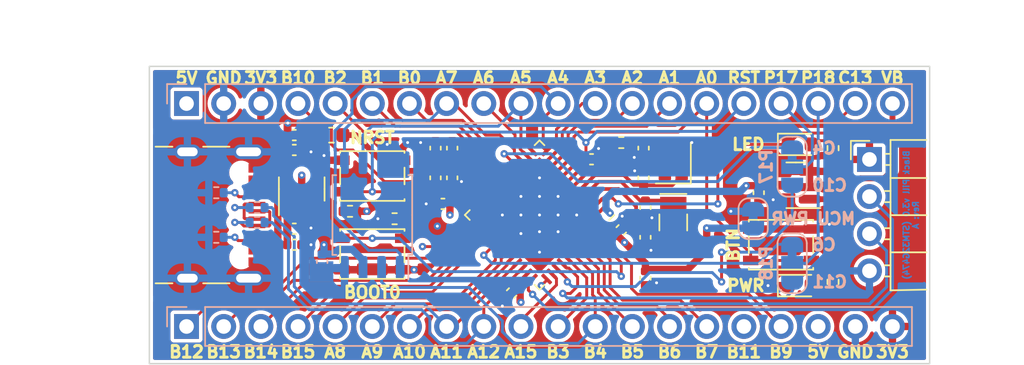
<source format=kicad_pcb>
(kicad_pcb (version 20221018) (generator pcbnew)
  (title_block (title "Black Pill v3.0 (STM32G474)") (date "2023-10-25") (rev "A") (company "ElektroNik Zoller") (comment 1 "Nikolai Zoller") (comment 4 "CERN-OHL-P"))
  (layers (0 "F.Cu" signal) (1 "In1.Cu" signal "GND.Cu") (2 "In2.Cu" signal "PWR.Cu") (31 "B.Cu" signal) (34 "B.Paste" user) (35 "F.Paste" user) (36 "B.SilkS" user "B.Silkscreen") (37 "F.SilkS" user "F.Silkscreen") (38 "B.Mask" user) (39 "F.Mask" user) (44 "Edge.Cuts" user))
  (net 0 "")
  (net 1 "+3.3V")
  (net 2 "GND")
  (net 3 "Net-(U102-PF0)")
  (net 4 "Net-(C103-Pad2)")
  (net 5 "NRST")
  (net 6 "/PC14")
  (net 7 "/PC15")
  (net 8 "VBAT")
  (net 9 "+5V")
  (net 10 "VREF")
  (net 11 "Net-(D101-A)")
  (net 12 "VB")
  (net 13 "/PC13")
  (net 14 "Net-(D103-A)")
  (net 15 "Net-(J101-CC1)")
  (net 16 "Net-(J101-D+-PadA6)")
  (net 17 "Net-(J101-D--PadA7)")
  (net 19 "Net-(J101-CC2)")
  (net 21 "/PB0")
  (net 22 "/PB1")
  (net 23 "/PB2")
  (net 24 "/PB3")
  (net 25 "/PB4")
  (net 26 "/PB5")
  (net 27 "/PB6")
  (net 28 "/PB7")
  (net 29 "/PB9")
  (net 30 "/PB10")
  (net 31 "/PB11")
  (net 32 "/PB12")
  (net 33 "/PB13")
  (net 34 "/PB14")
  (net 35 "/PB15")
  (net 36 "/PC6")
  (net 37 "/PA0")
  (net 38 "/PA1")
  (net 39 "/PA2")
  (net 40 "/PA3")
  (net 41 "/PA4")
  (net 42 "/PA5")
  (net 43 "/PA6")
  (net 44 "/PA7")
  (net 45 "/PA8")
  (net 46 "/PA9")
  (net 47 "/PA10")
  (net 48 "/PA15")
  (net 49 "/PC4")
  (net 50 "/SWDIO")
  (net 51 "/SWCLK")
  (net 52 "/PA11")
  (net 53 "/PA12")
  (net 54 "Net-(U102-PF1)")
  (net 56 "/Pin18")
  (net 57 "/Pin17")
  (net 58 "/PC10")
  (net 59 "/PC11")
  (net 60 "/PB8")
  (net 61 "/+3.3V_{MCU}")
  (footprint "Resistor_SMD:R_0402_1005Metric" (layer "F.Cu") (at 131.318 96.647)
    (fp_text reference "R106" hide)
    (fp_text value "0R" hide)
  )
  (footprint "Capacitor_SMD:C_0402_1005Metric" (layer "F.Cu") (at 132.969 103.124 90)
    (fp_text reference "C105" hide)
    (fp_text value "6pF" hide)
  )
  (footprint "Inductor_SMD:L_0603_1608Metric" (layer "F.Cu") (at 111.506 96.139)
    (fp_text reference "L101" hide)
    (fp_text value "10µH" hide)
  )
  (footprint "Capacitor_SMD:C_0402_1005Metric" (layer "F.Cu") (at 119.761 97.028 -90)
    (fp_text reference "C120" hide)
    (fp_text value "100nF" hide)
  )
  (footprint "LED_SMD:LED_0603_1608Metric" (layer "F.Cu") (at 143.51 96.774)
    (fp_text reference "D103" hide)
    (fp_text value "green" hide)
  )
  (footprint "Resistor_SMD:R_0402_1005Metric" (layer "F.Cu") (at 145.796 97.028 90)
    (fp_text reference "R109" hide)
    (fp_text value "100R" hide)
  )
  (footprint "Capacitor_SMD:C_0402_1005Metric" (layer "F.Cu") (at 118.618 97.028 -90)
    (fp_text reference "C118" hide)
    (fp_text value "1µF" hide)
  )
  (footprint "LED_SMD:LED_0603_1608Metric" (layer "F.Cu") (at 143.51 106.426)
    (fp_text reference "D101" hide)
    (fp_text value "red" hide)
  )
  (footprint "Crystal:Crystal_SMD_SeikoEpson_FA128-4Pin_2.0x1.6mm" (layer "F.Cu") (at 134.874 98.044 90)
    (fp_text reference "Y101" hide)
    (fp_text value "24MHz" hide)
  )
  (footprint "Capacitor_SMD:C_0402_1005Metric" (layer "F.Cu") (at 108.966 97.155)
    (fp_text reference "C115" hide)
    (fp_text value "100nF" hide)
  )
  (footprint "Resistor_SMD:R_0402_1005Metric" (layer "F.Cu") (at 145.796 106.172 -90)
    (fp_text reference "R107" hide)
    (fp_text value "100R" hide)
  )
  (footprint "Package_TO_SOT_SMD:SOT-23-5" (layer "F.Cu") (at 109.474 99.822 90)
    (fp_text reference "U103" hide)
    (fp_text value "AP7343xx" hide)
  )
  (footprint "Capacitor_SMD:C_0402_1005Metric" (layer "F.Cu") (at 131.318 102.616 45)
    (fp_text reference "C109" hide)
    (fp_text value "100nF" hide)
  )
  (footprint "Package_TO_SOT_SMD:SOT-23" (layer "F.Cu") (at 143.256 99.568 180)
    (fp_text reference "D102" hide)
    (fp_text value "BAT54C" hide)
  )
  (footprint "Resistor_SMD:R_0402_1005Metric" (layer "F.Cu") (at 112.776 101.346 180)
    (fp_text reference "R103" hide)
    (fp_text value "10k" hide)
  )
  (footprint "Button_Switch_SMD:SW_SPST_PTS810" (layer "F.Cu") (at 142.24 103.632)
    (fp_text reference "SW103" hide)
    (fp_text value "SW_Push" hide)
  )
  (footprint "Capacitor_SMD:C_0402_1005Metric" (layer "F.Cu") (at 132.842 99.06 -90)
    (fp_text reference "C102" hide)
    (fp_text value "6pF" hide)
  )
  (footprint "Button_Switch_SMD:SW_SPST_PTS810" (layer "F.Cu") (at 114.3 98.933)
    (fp_text reference "SW101" hide)
    (fp_text value "SW_Push" hide)
  )
  (footprint "Capacitor_SMD:C_0402_1005Metric" (layer "F.Cu") (at 119.761 99.06 90)
    (fp_text reference "C119" hide)
    (fp_text value "100nF" hide)
  )
  (footprint "Button_Switch_SMD:SW_SPST_PTS810" (layer "F.Cu") (at 114.3 104.267)
    (fp_text reference "SW102" hide)
    (fp_text value "SW_Push" hide)
  )
  (footprint "Capacitor_SMD:C_0402_1005Metric" (layer "F.Cu") (at 108.966 103.632)
    (fp_text reference "C113" hide)
    (fp_text value "1µF" hide)
  )
  (footprint "Capacitor_SMD:C_0402_1005Metric" (layer "F.Cu") (at 108.966 96.139)
    (fp_text reference "C116" hide)
    (fp_text value "1µF" hide)
  )
  (footprint "Package_DFN_QFN:QFN-48-1EP_7x7mm_P0.5mm_EP5.6x5.6mm" (layer "F.Cu") (at 125.73 101.6 -135)
    (fp_text reference "U102" hide)
    (fp_text value "STM32G474CEUx" hide)
  )
  (footprint "Crystal:Crystal_SMD_MicroCrystal_CC7V-T1A-2Pin_3.2x1.5mm" (layer "F.Cu") (at 134.874 102.108 -90)
    (fp_text reference "Y102" hide)
    (fp_text value "32.768kHz" hide)
  )
  (footprint "Capacitor_SMD:C_0402_1005Metric" (layer "F.Cu") (at 129.286 97.79)
    (fp_text reference "C104" hide)
    (fp_text value "100nF" hide)
  )
  (footprint "Capacitor_SMD:C_0402_1005Metric" (layer "F.Cu") (at 119.126 100.838 180)
    (fp_text reference "C110" hide)
    (fp_text value "100nF" hide)
  )
  (footprint "Capacitor_SMD:C_0402_1005Metric" (layer "F.Cu") (at 118.618 99.06 90)
    (fp_text reference "C117" hide)
    (fp_text value "1µF" hide)
  )
  (footprint "Capacitor_SMD:C_0402_1005Metric" (layer "F.Cu") (at 132.969 105.918 -90)
    (fp_text reference "C107" hide)
    (fp_text value "10µF" hide)
  )
  (footprint "Capacitor_SMD:C_0402_1005Metric" (layer "F.Cu") (at 132.842 97.028 90)
    (fp_text reference "C103" hide)
    (fp_text value "6pF" hide)
  )
  (footprint "Resistor_SMD:R_0402_1005Metric" (layer "F.Cu") (at 115.824 101.854 180)
    (fp_text reference "R108" hide)
    (fp_text value "10k" hide)
  )
  (footprint "Capacitor_SMD:C_0402_1005Metric" (layer "F.Cu") (at 108.966 102.538)
    (fp_text reference "C114" hide)
    (fp_text value "100nF" hide)
  )
  (footprint "Connector_PinHeader_2.54mm_User:PinHeader_1x04_P2.54mm_Horizontal_Board_Edge" (layer "F.Cu") (at 148.285 97.8)
    (fp_text reference "J104" hide)
    (fp_text value "Conn_01x04" hide)
  )
  (footprint "Capacitor_SMD:C_0402_1005Metric" (layer "F.Cu") (at 140.716 100.076 -90)
    (fp_text reference "C112" hide)
    (fp_text value "100nF" hide)
  )
  (footprint "Capacitor_SMD:C_0402_1005Metric" (layer "F.Cu") (at 123.825 106.934 -135)
    (fp_text reference "C108" hide)
    (fp_text value "100nF" hide)
  )
  (footprint "Connector_USB:USB_C_Receptacle_GCT_USB4105-xx-A_16P_TopMnt_Horizontal" (layer "F.Cu") (at 102.735 101.6 -90)
    (fp_text reference "J101" hide)
    (fp_text value "USB_C_Receptacle_USB2.0" hide)
  )
  (footprint "Capacitor_SMD:C_0402_1005Metric" (layer "F.Cu") (at 132.969 101.092 90)
    (fp_text reference "C106" hide)
    (fp_text value "6pF" hide)
  )
  (footprint "Drawings_User:elektronik-emblem_3x3.5_solder" (layer "B.Cu") (at 101.092 101.854 180)
    (fp_text reference "G***" hide)
    (fp_text value "LOGO" hide)
  )
  (footprint "Package_SO:SOIC-8_5.23x5.23mm_P1.27mm" (layer "B.Cu") (at 114.3 101.6 90)
    (fp_text reference "U101" hide)
    (fp_text value "W25Q32JVSS" hide)
  )
  (footprint "Resistor_SMD:R_0402_1005Metric" (layer "B.Cu") (at 106.426 102.108)
    (fp_text reference "R105" hide)
    (fp_text value "10R" hide)
  )
  (footprint "Resistor_SMD:R_0402_1005Metric" (layer "B.Cu") (at 106.426 101.092)
    (fp_text reference "R104" hide)
    (fp_text value "10R" hide)
  )
  (footprint "Capacitor_SMD:C_0402_1005Metric" (layer "B.Cu") (at 110.871 104.775 -90)
    (fp_text reference "C101" hide)
    (fp_text value "100nF" hide)
  )
  (footprint "Connector_PinHeader_2.54mm:PinHeader_1x20_P2.54mm_Vertical" (layer "B.Cu") (at 101.6 109.22 -90)
    (fp_text reference "J102" hide)
    (fp_text value "Conn_01x20" hide)
  )
  (footprint "Jumper:SolderJumper-3_P1.3mm_Bridged12_RoundedPad1.0x1.5mm_NumberLabels" (layer "B.Cu") (at 143.002 98.298 -90)
    (fp_text reference "JP101" hide)
    (fp_text value "SolderJumper_3_Bridged12" hide)
  )
  (footprint "Resistor_SMD:R_0402_1005Metric" (layer "B.Cu") (at 103.632 103.124 180)
    (fp_text reference "R102" hide)
    (fp_text value "5.1k" hide)
  )
  (footprint "Jumper:SolderJumper-3_P1.3mm_Bridged12_RoundedPad1.0x1.5mm_NumberLabels" (layer "B.Cu") (at 143.002 104.902 -90)
    (fp_text reference "JP102" hide)
    (fp_text value "SolderJumper_3_Bridged12" hide)
  )
  (footprint "Connector_PinHeader_2.54mm:PinHeader_1x20_P2.54mm_Vertical" (layer "B.Cu") (at 101.6 93.98 -90)
    (fp_text reference "J103" hide)
    (fp_text value "Conn_01x20" hide)
  )
  (footprint "Resistor_SMD:R_0402_1005Metric" (layer "B.Cu") (at 103.632 100.076 180)
    (fp_text reference "R101" hide)
    (fp_text value "5.1k" hide)
  )
  (footprint "Jumper:SolderJumper-2_P1.3mm_Bridged_RoundedPad1.0x1.5mm" (layer "B.Cu") (at 140.335 101.854 90)
    (fp_text reference "JP103" hide)
    (fp_text value "SolderJumper_2_Bridged" hide)
  )
  (gr_rect (start 99.06 91.44) (end 152.4 111.76) (stroke (width 0.1)) (fill none) (layer "Edge.Cuts"))
  (gr_text "${TITLE}\nRev: ${REVISION}" (at 151.13 101.6 90) (layer "B.Cu") (effects (font (size 0.4 0.4) (thickness 0.1) bold) (justify mirror)))
  (gr_text "C4" (at 144.272 97.028) (layer "B.SilkS") (effects (font (size 0.8 0.8) (thickness 0.2) bold) (justify right mirror)))
  (gr_text "C6" (at 144.272 103.632) (layer "B.SilkS") (effects (font (size 0.8 0.8) (thickness 0.2) bold) (justify right mirror)))
  (gr_text "C10" (at 144.272 99.568) (layer "B.SilkS") (effects (font (size 0.8 0.8) (thickness 0.2) bold) (justify right mirror)))
  (gr_text "P17" (at 141.224 98.298 90) (layer "B.SilkS") (effects (font (size 0.8 0.8) (thickness 0.2) bold) (justify mirror)))
  (gr_text "MCU PWR" (at 141.478 101.854) (layer "B.SilkS") (effects (font (size 0.8 0.8) (thickness 0.2) bold) (justify right mirror)))
  (gr_text "P18" (at 141.224 104.902 90) (layer "B.SilkS") (effects (font (size 0.8 0.8) (thickness 0.2) bold) (justify mirror)))
  (gr_text "C11" (at 144.272 106.172) (layer "B.SilkS") (effects (font (size 0.8 0.8) (thickness 0.2) bold) (justify right mirror)))
  (gr_text "LED" (at 141.224 96.774) (layer "F.SilkS") (effects (font (size 0.8 0.8) (thickness 0.2) bold) (justify right)))
  (gr_text "B7" (at 137.16 110.49) (layer "F.SilkS") (effects (font (size 0.8 0.8) (thickness 0.2) bold) (justify top)))
  (gr_text "P17" (at 142.24 92.71) (layer "F.SilkS") (effects (font (size 0.8 0.8) (thickness 0.2) bold) (justify bottom)))
  (gr_text "3V3" (at 149.86 110.49) (layer "F.SilkS") (effects (font (size 0.8 0.8) (thickness 0.2) bold) (justify top)))
  (gr_text "B14" (at 106.68 110.49) (layer "F.SilkS") (effects (font (size 0.8 0.8) (thickness 0.2) bold) (justify top)))
  (gr_text "A1" (at 134.62 92.71) (layer "F.SilkS") (effects (font (size 0.8 0.8) (thickness 0.2) bold) (justify bottom)))
  (gr_text "B0" (at 116.84 92.71) (layer "F.SilkS") (effects (font (size 0.8 0.8) (thickness 0.2) bold) (justify bottom)))
  (gr_text "A3" (at 129.54 92.71) (layer "F.SilkS") (effects (font (size 0.8 0.8) (thickness 0.2) bold) (justify bottom)))
  (gr_text "B4" (at 129.54 110.49) (layer "F.SilkS") (effects (font (size 0.8 0.8) (thickness 0.2) bold) (justify top)))
  (gr_text "A10" (at 116.84 110.49) (layer "F.SilkS") (effects (font (size 0.8 0.8) (thickness 0.2) bold) (justify top)))
  (gr_text "B6" (at 134.62 110.49) (layer "F.SilkS") (effects (font (size 0.8 0.8) (thickness 0.2) bold) (justify top)))
  (gr_text "PWR" (at 141.224 106.426) (layer "F.SilkS") (effects (font (size 0.8 0.8) (thickness 0.2) bold) (justify right)))
  (gr_text "A11" (at 119.38 110.49) (layer "F.SilkS") (effects (font (size 0.8 0.8) (thickness 0.2) bold) (justify top)))
  (gr_text "A12" (at 121.92 110.49) (layer "F.SilkS") (effects (font (size 0.8 0.8) (thickness 0.2) bold) (justify top)))
  (gr_text "B9" (at 142.24 110.49) (layer "F.SilkS") (effects (font (size 0.8 0.8) (thickness 0.2) bold) (justify top)))
  (gr_text "A4" (at 127 92.71) (layer "F.SilkS") (effects (font (size 0.8 0.8) (thickness 0.2) bold) (justify bottom)))
  (gr_text "RST" (at 139.7 92.71) (layer "F.SilkS") (effects (font (size 0.8 0.8) (thickness 0.2) bold) (justify bottom)))
  (gr_text "3V3" (at 106.68 92.71) (layer "F.SilkS") (effects (font (size 0.8 0.8) (thickness 0.2) bold) (justify bottom)))
  (gr_text "NRST" (at 114.3 96.774) (layer "F.SilkS") (effects (font (size 0.8 0.8) (thickness 0.2) bold) (justify bottom)))
  (gr_text "A6" (at 121.92 92.71) (layer "F.SilkS") (effects (font (size 0.8 0.8) (thickness 0.2) bold) (justify bottom)))
  (gr_text "BTN" (at 139.446 103.632 90) (layer "F.SilkS") (effects (font (size 0.8 0.8) (thickness 0.2) bold) (justify bottom)))
  (gr_text "A5" (at 124.46 92.71) (layer "F.SilkS") (effects (font (size 0.8 0.8) (thickness 0.2) bold) (justify bottom)))
  (gr_text "B12" (at 101.6 110.49) (layer "F.SilkS") (effects (font (size 0.8 0.8) (thickness 0.2) bold) (justify top)))
  (gr_text "A8" (at 111.76 110.49) (layer "F.SilkS") (effects (font (size 0.8 0.8) (thickness 0.2) bold) (justify top)))
  (gr_text "C13" (at 147.32 92.71) (layer "F.SilkS") (effects (font (size 0.8 0.8) (thickness 0.2) bold) (justify bottom)))
  (gr_text "B11" (at 139.7 110.49) (layer "F.SilkS") (effects (font (size 0.8 0.8) (thickness 0.2) bold) (justify top)))
  (gr_text "B3" (at 127 110.49) (layer "F.SilkS") (effects (font (size 0.8 0.8) (thickness 0.2) bold) (justify top)))
  (gr_text "A15" (at 124.46 110.49) (layer "F.SilkS") (effects (font (size 0.8 0.8) (thickness 0.2) bold) (justify top)))
  (gr_text "B2" (at 111.76 92.71) (layer "F.SilkS") (effects (font (size 0.8 0.8) (thickness 0.2) bold) (justify bottom)))
  (gr_text "B1" (at 114.3 92.71) (layer "F.SilkS") (effects (font (size 0.8 0.8) (thickness 0.2) bold) (justify bottom)))
  (gr_text "VB" (at 149.86 92.71) (layer "F.SilkS") (effects (font (size 0.8 0.8) (thickness 0.2) bold) (justify bottom)))
  (gr_text "A0" (at 137.16 92.71) (layer "F.SilkS") (effects (font (size 0.8 0.8) (thickness 0.2) bold) (justify bottom)))
  (gr_text "A7" (at 119.38 92.71) (layer "F.SilkS") (effects (font (size 0.8 0.8) (thickness 0.2) bold) (justify bottom)))
  (gr_text "GND" (at 147.32 110.49) (layer "F.SilkS") (effects (font (size 0.8 0.8) (thickness 0.2) bold) (justify top)))
  (gr_text "BOOT0" (at 114.3 106.426) (layer "F.SilkS") (effects (font (size 0.8 0.8) (thickness 0.2) bold) (justify top)))
  (gr_text "A2" (at 132.08 92.71) (layer "F.SilkS") (effects (font (size 0.8 0.8) (thickness 0.2) bold) (justify bottom)))
  (gr_text "B13" (at 104.14 110.49) (layer "F.SilkS") (effects (font (size 0.8 0.8) (thickness 0.2) bold) (justify top)))
  (gr_text "B5" (at 132.08 110.49) (layer "F.SilkS") (effects (font (size 0.8 0.8) (thickness 0.2) bold) (justify top)))
  (gr_text "B15" (at 109.22 110.49) (layer "F.SilkS") (effects (font (size 0.8 0.8) (thickness 0.2) bold) (justify top)))
  (gr_text "GND" (at 104.14 92.71) (layer "F.SilkS") (effects (font (size 0.8 0.8) (thickness 0.2) bold) (justify bottom)))
  (gr_text "A9" (at 114.3 110.49) (layer "F.SilkS") (effects (font (size 0.8 0.8) (thickness 0.2) bold) (justify top)))
  (gr_text "5V" (at 101.6 92.71) (layer "F.SilkS") (effects (font (size 0.8 0.8) (thickness 0.2) bold) (justify bottom)))
  (gr_text "B10" (at 109.22 92.71) (layer "F.SilkS") (effects (font (size 0.8 0.8) (thickness 0.2) bold) (justify bottom)))
  (gr_text "P18" (at 144.78 92.71) (layer "F.SilkS") (effects (font (size 0.8 0.8) (thickness 0.2) bold) (justify bottom)))
  (gr_text "5V" (at 144.78 110.49) (layer "F.SilkS") (effects (font (size 0.8 0.8) (thickness 0.2) bold) (justify top)))
  (segment (start 107.188 94.137239) (end 106.837239 94.137239) (width 0.5) (layer "F.Cu") (net 1))
  (segment (start 117.153 105.342) (end 116.375 105.342) (width 0.5) (layer "F.Cu") (net 1))
  (segment (start 116.375 105.342) (end 112.225 105.342) (width 0.5) (layer "F.Cu") (net 1))
  (segment (start 109.778182 95.316) (end 110.601182 96.139) (width 0.5) (layer "F.Cu") (net 1))
  (segment (start 108.524 98.6845) (end 108.524 95.316) (width 0.5) (layer "F.Cu") (net 1))
  (segment (start 113.919 101.346) (end 113.286 101.346) (width 0.5) (layer "F.Cu") (net 1))
  (segment (start 106.837239 94.137239) (end 106.68 93.98) (width 0.5) (layer "F.Cu") (net 1))
  (segment (start 108.524 95.316) (end 109.778182 95.316) (width 0.5) (layer "F.Cu") (net 1))
  (segment (start 110.601182 96.139) (end 110.7185 96.139) (width 0.5) (layer "F.Cu") (net 1))
  (via (at 113.919 101.346) (size 0.5) (drill 0.2) (layers "F.Cu" "B.Cu") (net 1))
  (via (at 110.998 103.632) (size 0.5) (drill 0.2) (layers "F.Cu" "B.Cu") (net 1))
  (via (at 138.811 101.346) (size 0.5) (drill 0.2) (layers "F.Cu" "B.Cu") (net 1))
  (via (at 115.316 96.774) (size 0.5) (drill 0.2) (layers "F.Cu" "B.Cu") (net 1))
  (via (at 108.524 95.316) (size 0.5) (drill 0.2) (layers "F.Cu" "B.Cu") (net 1))
  (via (at 117.153 105.342) (size 0.5) (drill 0.2) (layers "F.Cu" "B.Cu") (net 1))
  (via (at 118.745 102.362) (size 0.5) (drill 0.2) (layers "F.Cu" "B.Cu") (net 1))
  (segment (start 110.998 104.168) (end 110.871 104.295) (width 0.5) (layer "B.Cu") (net 1))
  (segment (start 110.899 104.267) (end 111.679472 104.267) (width 0.5) (layer "B.Cu") (net 1))
  (segment (start 140.193 101.346) (end 140.335 101.204) (width 0.5) (layer "B.Cu") (net 1))
  (segment (start 111.996472 103.95) (end 112.920528 103.95) (width 0.5) (layer "B.Cu") (net 1))
  (segment (start 112.920528 103.95) (end 113.665 104.694472) (width 0.5) (layer "B.Cu") (net 1))
  (segment (start 110.871 104.295) (end 110.899 104.267) (width 0.5) (layer "B.Cu") (net 1))
  (segment (start 111.679472 104.267) (end 111.996472 103.95) (width 0.5) (layer "B.Cu") (net 1))
  (segment (start 138.811 101.346) (end 140.193 101.346) (width 0.5) (layer "B.Cu") (net 1))
  (segment (start 110.998 103.632) (end 110.998 104.168) (width 0.5) (layer "B.Cu") (net 1))
  (segment (start 113.665 104.694472) (end 113.665 105.073) (width 0.5) (layer "B.Cu") (net 1))
  (segment (start 132.969 103.632) (end 133.35 104.013) (width 0.5) (layer "F.Cu") (net 2))
  (segment (start 133.195 101.572) (end 132.969 101.572) (width 0.5) (layer "F.Cu") (net 2))
  (segment (start 140.165 102.557) (end 144.315 102.557) (width 0.5) (layer "F.Cu") (net 2))
  (segment (start 141.704 100.556) (end 140.716 100.556) (width 0.5) (layer "F.Cu") (net 2))
  (segment (start 141.351 106.426) (end 142.7225 106.426) (width 0.5) (layer "F.Cu") (net 2))
  (segment (start 132.207 97.663) (end 132.362 97.508) (width 0.5) (layer "F.Cu") (net 2))
  (segment (start 134.11 98.58) (end 134.299 98.769) (width 0.25) (layer "F.Cu") (net 2))
  (segment (start 145.22 102.557) (end 144.315 102.557) (width 0.5) (layer "F.Cu") (net 2))
  (segment (start 132.362 97.508) (end 132.842 97.508) (width 0.5) (layer "F.Cu") (net 2))
  (segment (start 131.657411 101.956305) (end 131.657411 102.276589) (width 0.5) (layer "F.Cu") (net 2))
  (segment (start 110.109 103.632) (end 109.446 103.632) (width 0.5) (layer "F.Cu") (net 2))
  (segment (start 109.446 96.139) (end 109.446 97.155) (width 0.5) (layer "F.Cu") (net 2))
  (segment (start 116.375 97.858) (end 116.375 96.985) (width 0.5) (layer "F.Cu") (net 2))
  (segment (start 119.761 99.54) (end 120.17 99.54) (width 0.5) (layer "F.Cu") (net 2))
  (segment (start 110.109 102.489) (end 109.495 102.489) (width 0.5) (layer "F.Cu") (net 2))
  (segment (start 114.681 101.854) (end 115.314 101.854) (width 0.5) (layer "F.Cu") (net 2))
  (segment (start 117.701 96.548) (end 119.761 96.548) (width 0.5) (layer "F.Cu") (net 2))
  (segment (start 116.375 96.985) (end 116.713 96.647) (width 0.5) (layer "F.Cu") (net 2))
  (segment (start 133.5685 106.398) (end 132.969 106.398) (width 0.5) (layer "F.Cu") (net 2))
  (segment (start 134.299 98.619) (end 135.449 97.469) (width 0.25) (layer "F.Cu") (net 2))
  (segment (start 110.998 97.536) (end 111.32 97.858) (width 0.5) (layer "F.Cu") (net 2))
  (segment (start 133.4135 101.7905) (end 133.195 101.572) (width 0.5) (layer "F.Cu") (net 2))
  (segment (start 120.17 99.54) (end 120.396 99.314) (width 0.5) (layer "F.Cu") (net 2))
  (segment (start 133.731 106.2355) (end 133.5685 106.398) (width 0.5) (layer "F.Cu") (net 2))
  (segment (start 116.575 97.858) (end 116.375 97.858) (width 0.5) (layer "F.Cu") (net 2))
  (segment (start 135.472 97.319) (end 135.449 97.319) (width 0.5) (layer "F.Cu") (net 2))
  (segment (start 109.474 102.51) (end 109.446 102.538) (width 0.5) (layer "F.Cu") (net 2))
  (segment (start 134.299 98.769) (end 134.299 98.619) (width 0.25) (layer "F.Cu") (net 2))
  (segment (start 135.449 97.469) (end 135.449 97.319) (width 0.25) (layer "F.Cu") (net 2))
  (segment (start 132.235 98.58) (end 132.842 98.58) (width 0.5) (layer "F.Cu") (net 2))
  (segment (start 110.109 97.282) (end 109.573 97.282) (width 0.5) (layer "F.Cu") (net 2))
  (segment (start 117.602 96.647) (end 117.701 96.548) (width 0.5) (layer "F.Cu") (net 2))
  (segment (start 118.618 99.54) (end 119.761 99.54) (width 0.5) (layer "F.Cu") (net 2))
  (segment (start 109.495 102.489) (end 109.446 102.538) (width 0.5) (layer "F.Cu") (net 2))
  (segment (start 136.144 96.647) (end 135.472 97.319) (width 0.5) (layer "F.Cu") (net 2))
  (segment (start 109.474 100.9595) (end 109.474 102.51) (width 0.5) (layer "F.Cu") (net 2))
  (segment (start 129.766 97.056) (end 129.766 97.79) (width 0.5) (layer "F.Cu") (net 2))
  (segment (start 145.542 102.235) (end 145.22 102.557) (width 0.5) (layer "F.Cu") (net 2))
  (segment (start 131.380139 101.679033) (end 131.657411 101.956305) (width 0.5) (layer "F.Cu") (net 2))
  (segment (start 109.573 97.282) (end 109.446 97.155) (width 0.5) (layer "F.Cu") (net 2))
  (segment (start 123.19 107.823) (end 123.485589 107.527411) (width 0.5) (layer "F.Cu") (net 2))
  (segment (start 117.983 100.838) (end 118.618 100.838) (width 0.5) (layer "F.Cu") (net 2))
  (segment (start 123.485589 107.527411) (end 123.485589 107.273411) (width 0.5) (layer "F.Cu") (net 2))
  (segment (start 132.969 103.604) (end 132.969 103.632) (width 0.5) (layer "F.Cu") (net 2))
  (segment (start 111.32 97.858) (end 112.225 97.858) (width 0.5) (layer "F.Cu") (net 2))
  (via (at 114.681 101.854) (size 0.5) (drill 0.2) (layers "F.Cu" "B.Cu") (net 2))
  (via (at 132.207 97.663) (size 0.5) (drill 0.2) (layers "F.Cu" "B.Cu") (net 2))
  (via (at 110.109 102.489) (size 0.5) (drill 0.2) (layers "F.Cu" "B.Cu") (net 2))
  (via (at 133.35 104.013) (size 0.5) (drill 0.2) (layers "F.Cu" "B.Cu") (net 2))
  (via (at 125.73 104.14) (size 0.5) (drill 0.2) (layers "F.Cu" "B.Cu") (net 2))
  (via (at 133.4135 101.7905) (size 0.5) (drill 0.2) (layers "F.Cu" "B.Cu") (net 2))
  (via (at 141.704 100.556) (size 0.5) (drill 0.2) (layers "F.Cu" "B.Cu") (net 2))
  (via (at 110.998 97.536) (size 0.5) (drill 0.2) (layers "F.Cu" "B.Cu") (net 2))
  (via (at 120.396 99.314) (size 0.5) (drill 0.2) (layers "F.Cu" "B.Cu") (net 2))
  (via (at 124.46 102.87) (size 0.5) (drill 0.2) (layers "F.Cu" "B.Cu") (net 2))
  (via (at 123.19 101.6) (size 0.5) (drill 0.2) (layers "F.Cu" "B.Cu") (net 2))
  (via (at 117.983 100.838) (size 0.5) (drill 0.2) (layers "F.Cu" "B.Cu") (net 2))
  (via (at 125.73 100.33) (size 0.5) (drill 0.2) (layers "F.Cu" "B.Cu") (net 2))
  (via (at 123.19 107.823) (size 0.5) (drill 0.2) (layers "F.Cu" "B.Cu") (net 2))
  (via (at 124.46 100.33) (size 0.5) (drill 0.2) (layers "F.Cu" "B.Cu") (net 2))
  (via (at 141.351 106.426) (size 0.5) (drill 0.2) (layers "F.Cu" "B.Cu") (net 2))
  (via (at 125.73 99.06) (size 0.5) (drill 0.2) (layers "F.Cu" "B.Cu") (net 2))
  (via (at 145.542 102.235) (size 0.5) (drill 0.2) (layers "F.Cu" "B.Cu") (net 2))
  (via (at 133.731 106.2355) (size 0.5) (drill 0.2) (layers "F.Cu" "B.Cu") (net 2))
  (via (at 117.602 96.647) (size 0.5) (drill 0.2) (layers "F.Cu" "B.Cu") (net 2))
  (via (at 136.144 96.647) (size 0.5) (drill 0.2) (layers "F.Cu" "B.Cu") (net 2))
  (via (at 127 102.743) (size 0.5) (drill 0.2) (layers "F.Cu" "B.Cu") (net 2))
  (via (at 125.73 102.743) (size 0.5) (drill 0.2) (layers "F.Cu" "B.Cu") (net 2))
  (via (at 125.73 101.6) (size 0.5) (drill 0.2) (layers "F.Cu" "B.Cu") (net 2))
  (via (at 129.766 97.056) (size 0.5) (drill 0.2) (layers "F.Cu" "B.Cu") (net 2))
  (via (at 132.235 98.58) (size 0.5) (drill 0.2) (layers "F.Cu" "B.Cu") (net 2))
  (via (at 124.46 101.6) (size 0.5) (drill 0.2) (layers "F.Cu" "B.Cu") (net 2))
  (via (at 131.380139 101.679033) (size 0.5) (drill 0.2) (layers "F.Cu" "B.Cu") (net 2))
  (via (at 110.109 103.632) (size 0.5) (drill 0.2) (layers "F.Cu" "B.Cu") (net 2))
  (via (at 127 101.6) (size 0.5) (drill 0.2) (layers "F.Cu" "B.Cu") (net 2))
  (via (at 127 100.33) (size 0.5) (drill 0.2) (layers "F.Cu" "B.Cu") (net 2))
  (via (at 110.109 97.282) (size 0.5) (drill 0.2) (layers "F.Cu" "B.Cu") (net 2))
  (via (at 128.27 101.6) (size 0.5) (drill 0.2) (layers "F.Cu" "B.Cu") (net 2))
  (via (at 116.713 96.647) (size 0.5) (drill 0.2) (layers "F.Cu" "B.Cu") (net 2))
  (segment (start 110.871 105.255) (end 112.34 105.255) (width 0.5) (layer "B.Cu") (net 2))
  (segment (start 112.34 105.128) (end 112.395 105.073) (width 0.5) (layer "B.Cu") (net 2))
  (segment (start 132.871 99.569) (end 134.798869 99.569) (width 0.25) (layer "F.Cu") (net 3))
  (segment (start 128.69101 99.699651) (end 129.515661 98.875) (width 0.25) (layer "F.Cu") (net 3))
  (segment (start 134.798869 99.569) (end 135.449 98.918869) (width 0.25) (layer "F.Cu") (net 3))
  (segment (start 129.515661 98.875) (end 131.504695 98.875) (width 0.25) (layer "F.Cu") (net 3))
  (segment (start 132.842 99.54) (end 132.871 99.569) (width 0.25) (layer "F.Cu") (net 3))
  (segment (start 132.169695 99.54) (end 132.842 99.54) (width 0.25) (layer "F.Cu") (net 3))
  (segment (start 135.449 98.918869) (end 135.449 98.769) (width 0.25) (layer "F.Cu") (net 3))
  (segment (start 131.504695 98.875) (end 132.169695 99.54) (width 0.25) (layer "F.Cu") (net 3))
  (segment (start 131.828 96.647) (end 132.743 96.647) (width 0.25) (layer "F.Cu") (net 4))
  (segment (start 132.842 96.548) (end 133.528 96.548) (width 0.25) (layer "F.Cu") (net 4))
  (segment (start 132.743 96.647) (end 132.842 96.548) (width 0.25) (layer "F.Cu") (net 4))
  (segment (start 133.528 96.548) (end 134.299 97.319) (width 0.25) (layer "F.Cu") (net 4))
  (segment (start 112.266 101.6) (end 112.225 101.559) (width 0.2) (layer "F.Cu") (net 5))
  (segment (start 112.225 100.008) (end 114.3 100.008) (width 0.2) (layer "F.Cu") (net 5))
  (segment (start 128.905 96.647) (end 128.905 97.691) (width 0.2) (layer "F.Cu") (net 5))
  (segment (start 112.225 101.305) (end 112.225 100.008) (width 0.2) (layer "F.Cu") (net 5))
  (segment (start 128.905 97.691) (end 128.806 97.79) (width 0.2) (layer "F.Cu") (net 5))
  (segment (start 114.3 100.008) (end 116.375 100.008) (width 0.2) (layer "F.Cu") (net 5))
  (segment (start 128.806 98.170447) (end 128.806 97.79) (width 0.2) (layer "F.Cu") (net 5))
  (segment (start 127.983903 98.992544) (end 128.806 98.170447) (width 0.2) (layer "F.Cu") (net 5))
  (via (at 128.905 96.647) (size 0.5) (drill 0.2) (layers "F.Cu" "B.Cu") (net 5))
  (via (at 114.3 100.008) (size 0.5) (drill 0.2) (layers "F.Cu" "B.Cu") (net 5))
  (segment (start 129.667 95.885) (end 137.795 95.885) (width 0.2) (layer "B.Cu") (net 5))
  (segment (start 137.795 95.885) (end 139.7 93.98) (width 0.2) (layer "B.Cu") (net 5))
  (segment (start 115.107716 95.93) (end 114.89 95.93) (width 0.2) (layer "B.Cu") (net 5))
  (segment (start 114.3 96.52) (end 114.3 100.008) (width 0.2) (layer "B.Cu") (net 5))
  (segment (start 128.188 95.93) (end 116.032284 95.93) (width 0.2) (layer "B.Cu") (net 5))
  (segment (start 115.114716 95.923) (end 115.107716 95.93) (width 0.2) (layer "B.Cu") (net 5))
  (segment (start 114.89 95.93) (end 114.3 96.52) (width 0.2) (layer "B.Cu") (net 5))
  (segment (start 128.905 96.647) (end 129.667 95.885) (width 0.2) (layer "B.Cu") (net 5))
  (segment (start 116.032284 95.93) (end 116.025282 95.923) (width 0.2) (layer "B.Cu") (net 5))
  (segment (start 116.025282 95.923) (end 115.114716 95.923) (width 0.2) (layer "B.Cu") (net 5))
  (segment (start 128.905 96.647) (end 128.188 95.93) (width 0.2) (layer "B.Cu") (net 5))
  (segment (start 131.131683 99.822) (end 129.982873 99.822) (width 0.25) (layer "F.Cu") (net 6))
  (segment (start 132.334 102.009) (end 132.334 101.024317) (width 0.25) (layer "F.Cu") (net 6))
  (segment (start 133.711 103.358) (end 134.874 103.358) (width 0.25) (layer "F.Cu") (net 6))
  (segment (start 129.982873 99.822) (end 129.398116 100.406757) (width 0.25) (layer "F.Cu") (net 6))
  (segment (start 132.334 101.024317) (end 131.131683 99.822) (width 0.25) (layer "F.Cu") (net 6))
  (segment (start 132.969 102.644) (end 132.334 102.009) (width 0.25) (layer "F.Cu") (net 6))
  (segment (start 132.969 102.644) (end 132.997 102.644) (width 0.25) (layer "F.Cu") (net 6))
  (segment (start 132.997 102.644) (end 133.711 103.358) (width 0.25) (layer "F.Cu") (net 6))
  (segment (start 134.628 100.612) (end 134.874 100.858) (width 0.25) (layer "F.Cu") (net 7))
  (segment (start 129.044563 100.053204) (end 129.772767 99.325) (width 0.25) (layer "F.Cu") (net 7))
  (segment (start 132.842 100.612) (end 134.628 100.612) (width 0.25) (layer "F.Cu") (net 7))
  (segment (start 132.605299 100.612) (end 132.969 100.612) (width 0.25) (layer "F.Cu") (net 7))
  (segment (start 129.772767 99.325) (end 131.318299 99.325) (width 0.25) (layer "F.Cu") (net 7))
  (segment (start 131.318299 99.325) (end 132.605299 100.612) (width 0.25) (layer "F.Cu") (net 7))
  (segment (start 130.105223 101.113864) (end 130.196864 101.113864) (width 0.2) (layer "F.Cu") (net 8))
  (segment (start 140.744 99.568) (end 140.716 99.596) (width 0.5) (layer "F.Cu") (net 8))
  (segment (start 139.855 99.596) (end 140.716 99.596) (width 0.5) (layer "F.Cu") (net 8))
  (segment (start 130.196864 101.113864) (end 130.556 101.473) (width 0.2) (layer "F.Cu") (net 8))
  (segment (start 142.3185 99.568) (end 140.744 99.568) (width 0.5) (layer "F.Cu") (net 8))
  (via (at 130.556 101.473) (size 0.5) (drill 0.2) (layers "F.Cu" "B.Cu") (net 8))
  (via (at 139.855 99.596) (size 0.5) (drill 0.2) (layers "F.Cu" "B.Cu") (net 8))
  (segment (start 139.855 99.596) (end 139.463 99.988) (width 0.5) (layer "B.Cu") (net 8))
  (segment (start 130.272378 101.189378) (end 130.556 101.473) (width 0.5) (layer "B.Cu") (net 8))
  (segment (start 130.272378 100.485918) (end 130.272378 101.189378) (width 0.5) (layer "B.Cu") (net 8))
  (segment (start 130.770296 99.988) (end 130.272378 100.485918) (width 0.5) (layer "B.Cu") (net 8))
  (segment (start 139.463 99.988) (end 130.770296 99.988) (width 0.5) (layer "B.Cu") (net 8))
  (segment (start 107.39 99.2) (end 107.84 99.65) (width 0.5) (layer "F.Cu") (net 9))
  (segment (start 107.84 103.632) (end 107.472 104) (width 0.5) (layer "F.Cu") (net 9))
  (segment (start 108.524 100.01) (end 108.524 100.9595) (width 0.5) (layer "F.Cu") (net 9))
  (segment (start 106.415 99.2) (end 107.39 99.2) (width 0.5) (layer "F.Cu") (net 9))
  (segment (start 107.84 103.632) (end 108.486 103.632) (width 0.5) (layer "F.Cu") (net 9))
  (segment (start 108.486 100.9975) (end 108.524 100.9595) (width 0.5) (layer "F.Cu") (net 9))
  (segment (start 110.236 99.822) (end 109.474 99.822) (width 0.5) (layer "F.Cu") (net 9))
  (segment (start 109.474 99.822) (end 109.474 98.879076) (width 0.5) (layer "F.Cu") (net 9))
  (segment (start 109.474 99.822) (end 108.712 99.822) (width 0.5) (layer "F.Cu") (net 9))
  (segment (start 108.712 99.822) (end 108.524 100.01) (width 0.5) (layer "F.Cu") (net 9))
  (segment (start 108.524 103.594) (end 108.486 103.632) (width 0.5) (layer "F.Cu") (net 9))
  (segment (start 107.472 104) (end 106.415 104) (width 0.5) (layer "F.Cu") (net 9))
  (segment (start 107.84 99.65) (end 107.84 103.632) (width 0.5) (layer "F.Cu") (net 9))
  (segment (start 110.424 100.9595) (end 110.424 100.01) (width 0.5) (layer "F.Cu") (net 9))
  (segment (start 110.424 100.01) (end 110.236 99.822) (width 0.5) (layer "F.Cu") (net 9))
  (segment (start 108.486 103.632) (end 108.486 100.9975) (width 0.5) (layer "F.Cu") (net 9))
  (via (at 109.474 98.879076) (size 0.5) (drill 0.2) (layers "F.Cu" "B.Cu") (net 9))
  (segment (start 122.76899 99.699651) (end 120.577339 97.508) (width 0.25) (layer "F.Cu") (net 10))
  (segment (start 118.618 98.58) (end 119.761 98.58) (width 0.4) (layer "F.Cu") (net 10))
  (segment (start 122.415437 100.053204) (end 120.942233 98.58) (width 0.25) (layer "F.Cu") (net 10))
  (segment (start 112.2935 96.139) (end 113.157 96.139) (width 0.4) (layer "F.Cu") (net 10))
  (segment (start 118.618 97.508) (end 119.761 97.508) (width 0.4) (layer "F.Cu") (net 10))
  (segment (start 120.942233 98.58) (end 119.761 98.58) (width 0.25) (layer "F.Cu") (net 10))
  (segment (start 118.618 97.508) (end 117.884 97.508) (width 0.4) (layer "F.Cu") (net 10))
  (segment (start 118.615 98.583) (end 118.618 98.58) (width 0.4) (layer "F.Cu") (net 10))
  (segment (start 117.729 98.583) (end 118.615 98.583) (width 0.4) (layer "F.Cu") (net 10))
  (segment (start 115.601 98.583) (end 117.729 98.583) (width 0.4) (layer "F.Cu") (net 10))
  (segment (start 120.577339 97.508) (end 119.761 97.508) (width 0.25) (layer "F.Cu") (net 10))
  (segment (start 113.157 96.139) (end 115.601 98.583) (width 0.4) (layer "F.Cu") (net 10))
  (segment (start 117.729 97.663) (end 117.729 98.583) (width 0.4) (layer "F.Cu") (net 10))
  (segment (start 117.884 97.508) (end 117.729 97.663) (width 0.4) (layer "F.Cu") (net 10))
  (segment (start 145.796 106.682) (end 144.5535 106.682) (width 0.2) (layer "F.Cu") (net 11))
  (segment (start 144.5535 106.682) (end 144.2975 106.426) (width 0.2) (layer "F.Cu") (net 11))
  (segment (start 147.671 99.09) (end 149.295 99.09) (width 0.4) (layer "F.Cu") (net 12))
  (segment (start 149.295 99.09) (end 149.86 98.525) (width 0.4) (layer "F.Cu") (net 12))
  (segment (start 146.243 100.518) (end 147.671 99.09) (width 0.4) (layer "F.Cu") (net 12))
  (segment (start 144.1935 100.518) (end 146.243 100.518) (width 0.4) (layer "F.Cu") (net 12))
  (segment (start 149.86 98.525) (end 149.86 93.98) (width 0.4) (layer "F.Cu") (net 12))
  (segment (start 131.122378 100.838) (end 130.726384 100.442006) (width 0.2) (layer "F.Cu") (net 13))
  (segment (start 130.726384 100.442006) (end 130.069975 100.442006) (width 0.2) (layer "F.Cu") (net 13))
  (segment (start 137.922 100.838) (end 137.922 97.536) (width 0.2) (layer "F.Cu") (net 13))
  (segment (start 137.922 97.536) (end 138.684 96.774) (width 0.2) (layer "F.Cu") (net 13))
  (segment (start 138.684 96.774) (end 142.7225 96.774) (width 0.2) (layer "F.Cu") (net 13))
  (segment (start 145.301 95.999) (end 143.4975 95.999) (width 0.2) (layer "F.Cu") (net 13))
  (segment (start 143.4975 95.999) (end 142.7225 96.774) (width 0.2) (layer "F.Cu") (net 13))
  (segment (start 147.32 93.98) (end 145.301 95.999) (width 0.2) (layer "F.Cu") (net 13))
  (segment (start 130.069975 100.442006) (end 129.75167 100.760311) (width 0.2) (layer "F.Cu") (net 13))
  (via (at 131.122378 100.838) (size 0.5) (drill 0.2) (layers "F.Cu" "B.Cu") (net 13))
  (via (at 137.922 100.838) (size 0.5) (drill 0.2) (layers "F.Cu" "B.Cu") (net 13))
  (segment (start 137.922 100.838) (end 131.122378 100.838) (width 0.2) (layer "B.Cu") (net 13))
  (segment (start 144.5535 96.518) (end 144.2975 96.774) (width 0.2) (layer "F.Cu") (net 14))
  (segment (start 145.796 96.518) (end 144.5535 96.518) (width 0.2) (layer "F.Cu") (net 14))
  (segment (start 105.176 100.35) (end 106.415 100.35) (width 0.2) (layer "F.Cu") (net 15))
  (segment (start 104.902 100.076) (end 105.176 100.35) (width 0.2) (layer "F.Cu") (net 15))
  (via (at 104.902 100.076) (size 0.5) (drill 0.2) (layers "F.Cu" "B.Cu") (net 15))
  (segment (start 104.902 100.076) (end 104.142 100.076) (width 0.2) (layer "B.Cu") (net 15))
  (segment (start 107.24 101.35) (end 107.29 101.4) (width 0.2) (layer "F.Cu") (net 16))
  (segment (start 107.29 101.4) (end 107.29 102.3) (width 0.2) (layer "F.Cu") (net 16))
  (segment (start 106.415 101.35) (end 107.24 101.35) (width 0.2) (layer "F.Cu") (net 16))
  (segment (start 104.902 102.108) (end 105.282315 102.108) (width 0.2) (layer "F.Cu") (net 16))
  (segment (start 107.29 102.3) (end 107.24 102.35) (width 0.2) (layer "F.Cu") (net 16))
  (segment (start 107.24 102.35) (end 106.415 102.35) (width 0.2) (layer "F.Cu") (net 16))
  (segment (start 105.282315 102.108) (end 105.524315 102.35) (width 0.2) (layer "F.Cu") (net 16))
  (segment (start 105.524315 102.35) (end 106.415 102.35) (width 0.2) (layer "F.Cu") (net 16))
  (via (at 104.902 102.108) (size 0.5) (drill 0.2) (layers "F.Cu" "B.Cu") (net 16))
  (segment (start 105.916 102.108) (end 104.902 102.108) (width 0.2) (layer "B.Cu") (net 16))
  (segment (start 105.59 101.85) (end 105.54 101.8) (width 0.2) (layer "F.Cu") (net 17))
  (segment (start 105.54 101.8) (end 105.54 100.9) (width 0.2) (layer "F.Cu") (net 17))
  (segment (start 105.54 100.9) (end 105.59 100.85) (width 0.2) (layer "F.Cu") (net 17))
  (segment (start 104.902 101.092) (end 105.54 101.092) (width 0.2) (layer "F.Cu") (net 17))
  (segment (start 106.415 101.85) (end 105.59 101.85) (width 0.2) (layer "F.Cu") (net 17))
  (segment (start 105.59 100.85) (end 106.415 100.85) (width 0.2) (layer "F.Cu") (net 17))
  (via (at 104.902 101.092) (size 0.5) (drill 0.2) (layers "F.Cu" "B.Cu") (net 17))
  (segment (start 105.916 101.092) (end 104.902 101.092) (width 0.2) (layer "B.Cu") (net 17))
  (segment (start 104.902 103.124) (end 105.128 103.35) (width 0.2) (layer "F.Cu") (net 19))
  (segment (start 105.128 103.35) (end 106.415 103.35) (width 0.2) (layer "F.Cu") (net 19))
  (via (at 104.902 103.124) (size 0.5) (drill 0.2) (layers "F.Cu" "B.Cu") (net 19))
  (segment (start 104.902 103.124) (end 104.142 103.124) (width 0.2) (layer "B.Cu") (net 19))
  (segment (start 120.472314 95.13) (end 117.99 95.13) (width 0.2) (layer "F.Cu") (net 21))
  (segment (start 117.99 95.13) (end 116.84 93.98) (width 0.2) (layer "F.Cu") (net 21))
  (segment (start 123.829651 98.63899) (end 123.304777 98.114116) (width 0.2) (layer "F.Cu") (net 21))
  (segment (start 123.021934 98.114116) (end 121.793 96.885182) (width 0.2) (layer "F.Cu") (net 21))
  (segment (start 121.793 96.885182) (end 121.793 96.450686) (width 0.2) (layer "F.Cu") (net 21))
  (segment (start 121.793 96.450686) (end 120.472314 95.13) (width 0.2) (layer "F.Cu") (net 21))
  (segment (start 123.304777 98.114116) (end 123.021934 98.114116) (width 0.2) (layer "F.Cu") (net 21))
  (segment (start 123.476097 98.992544) (end 123.035553 98.552) (width 0.2) (layer "F.Cu") (net 22))
  (segment (start 123.035553 98.552) (end 122.894132 98.552) (width 0.2) (layer "F.Cu") (net 22))
  (segment (start 122.894132 98.552) (end 121.393 97.050867) (width 0.2) (layer "F.Cu") (net 22))
  (segment (start 121.393 97.050867) (end 121.393 96.68206) (width 0.2) (layer "F.Cu") (net 22))
  (segment (start 120.24094 95.53) (end 115.85 95.53) (width 0.2) (layer "F.Cu") (net 22))
  (segment (start 121.393 96.68206) (end 120.24094 95.53) (width 0.2) (layer "F.Cu") (net 22))
  (segment (start 115.85 95.53) (end 114.3 93.98) (width 0.2) (layer "F.Cu") (net 22))
  (segment (start 123.122544 99.346097) (end 120.993 97.216552) (width 0.2) (layer "F.Cu") (net 23))
  (segment (start 113.71 95.93) (end 111.76 93.98) (width 0.2) (layer "F.Cu") (net 23))
  (segment (start 120.075254 95.93) (end 113.71 95.93) (width 0.2) (layer "F.Cu") (net 23))
  (segment (start 120.993 96.847746) (end 120.075254 95.93) (width 0.2) (layer "F.Cu") (net 23))
  (segment (start 120.993 97.216552) (end 120.993 96.847746) (width 0.2) (layer "F.Cu") (net 23))
  (segment (start 128.956 107.264) (end 127 109.22) (width 0.2) (layer "F.Cu") (net 24))
  (segment (start 128.956 105.886661) (end 128.956 107.264) (width 0.2) (layer "F.Cu") (net 24))
  (segment (start 127.630349 104.56101) (end 128.956 105.886661) (width 0.2) (layer "F.Cu") (net 24))
  (segment (start 129.54 107.245684) (end 129.54 109.22) (width 0.2) (layer "F.Cu") (net 25))
  (segment (start 127.983903 104.207456) (end 129.356 105.579553) (width 0.2) (layer "F.Cu") (net 25))
  (segment (start 129.356 105.579553) (end 129.356 107.061684) (width 0.2) (layer "F.Cu") (net 25))
  (segment (start 129.356 107.061684) (end 129.54 107.245684) (width 0.2) (layer "F.Cu") (net 25))
  (segment (start 123.19 109.576346) (end 123.983654 110.37) (width 0.2) (layer "B.Cu") (net 25))
  (segment (start 120.904 106.553) (end 123.19 108.839) (width 0.2) (layer "B.Cu") (net 25))
  (segment (start 123.983654 110.37) (end 128.39 110.37) (width 0.2) (layer "B.Cu") (net 25))
  (segment (start 123.19 108.839) (end 123.19 109.576346) (width 0.2) (layer "B.Cu") (net 25))
  (segment (start 114.935 105.073) (end 114.935 106.172) (width 0.2) (layer "B.Cu") (net 25))
  (segment (start 128.39 110.37) (end 129.54 109.22) (width 0.2) (layer "B.Cu") (net 25))
  (segment (start 115.316 106.553) (end 120.904 106.553) (width 0.2) (layer "B.Cu") (net 25))
  (segment (start 114.935 106.172) (end 115.316 106.553) (width 0.2) (layer "B.Cu") (net 25))
  (segment (start 129.756 105.272447) (end 129.756 106.895999) (width 0.2) (layer "F.Cu") (net 26))
  (segment (start 128.337456 103.853903) (end 129.756 105.272447) (width 0.2) (layer "F.Cu") (net 26))
  (segment (start 129.756 106.895999) (end 132.08 109.22) (width 0.2) (layer "F.Cu") (net 26))
  (segment (start 130.156 106.730313) (end 131.248686 107.823) (width 0.2) (layer "F.Cu") (net 27))
  (segment (start 130.156 104.965339) (end 130.156 106.730313) (width 0.2) (layer "F.Cu") (net 27))
  (segment (start 131.248686 107.823) (end 133.731 107.823) (width 0.2) (layer "F.Cu") (net 27))
  (segment (start 133.731 107.823) (end 134.62 108.712) (width 0.2) (layer "F.Cu") (net 27))
  (segment (start 128.69101 103.500349) (end 130.156 104.965339) (width 0.2) (layer "F.Cu") (net 27))
  (segment (start 134.62 108.712) (end 134.62 109.22) (width 0.2) (layer "F.Cu") (net 27))
  (segment (start 130.556 106.564628) (end 131.414372 107.423) (width 0.2) (layer "F.Cu") (net 28))
  (segment (start 131.414372 107.423) (end 135.363 107.423) (width 0.2) (layer "F.Cu") (net 28))
  (segment (start 129.044563 103.146796) (end 130.556 104.658233) (width 0.2) (layer "F.Cu") (net 28))
  (segment (start 130.556 104.658233) (end 130.556 106.564628) (width 0.2) (layer "F.Cu") (net 28))
  (segment (start 135.363 107.423) (end 137.16 109.22) (width 0.2) (layer "F.Cu") (net 28))
  (segment (start 129.75167 102.439689) (end 130.116421 102.80444) (width 0.2) (layer "F.Cu") (net 29))
  (segment (start 140.043 107.023) (end 142.24 109.22) (width 0.2) (layer "F.Cu") (net 29))
  (segment (start 132.018 104.988861) (end 132.018 106.618) (width 0.2) (layer "F.Cu") (net 29))
  (segment (start 130.116421 102.80444) (end 130.116421 103.087282) (width 0.2) (layer "F.Cu") (net 29))
  (segment (start 130.116421 103.087282) (end 132.018 104.988861) (width 0.2) (layer "F.Cu") (net 29))
  (segment (start 132.423 107.023) (end 140.043 107.023) (width 0.2) (layer "F.Cu") (net 29))
  (segment (start 132.018 106.618) (end 132.423 107.023) (width 0.2) (layer "F.Cu") (net 29))
  (segment (start 118.31295 100.178) (end 120.572262 100.178) (width 0.2) (layer "F.Cu") (net 30))
  (segment (start 110.49 95.25) (end 111.252 95.25) (width 0.2) (layer "F.Cu") (net 30))
  (segment (start 109.982 93.98) (end 109.22 93.98) (width 0.2) (layer "F.Cu") (net 30))
  (segment (start 117.44895 99.314) (end 118.31295 100.178) (width 0.2) (layer "F.Cu") (net 30))
  (segment (start 111.506 96.774) (end 111.887 97.155) (width 0.2) (layer "F.Cu") (net 30))
  (segment (start 111.252 95.25) (end 111.506 95.504) (width 0.2) (layer "F.Cu") (net 30))
  (segment (start 111.506 95.504) (end 111.506 96.774) (width 0.2) (layer "F.Cu") (net 30))
  (segment (start 120.572262 100.178) (end 120.801262 99.949) (width 0.2) (layer "F.Cu") (net 30))
  (segment (start 121.604127 99.949) (end 122.061884 100.406757) (width 0.2) (layer "F.Cu") (net 30))
  (segment (start 112.9665 97.155) (end 115.1255 99.314) (width 0.2) (layer "F.Cu") (net 30))
  (segment (start 111.887 97.155) (end 112.9665 97.155) (width 0.2) (layer "F.Cu") (net 30))
  (segment (start 109.22 93.98) (end 110.49 95.25) (width 0.2) (layer "F.Cu") (net 30))
  (segment (start 120.801262 99.949) (end 121.604127 99.949) (width 0.2) (layer "F.Cu") (net 30))
  (segment (start 115.1255 99.314) (end 117.44895 99.314) (width 0.2) (layer "F.Cu") (net 30))
  (segment (start 117.729 103.759) (end 118.709641 103.759) (width 0.2) (layer "F.Cu") (net 31))
  (segment (start 118.709641 103.759) (end 121.354777 101.113864) (width 0.2) (layer "F.Cu") (net 31))
  (via (at 117.729 103.759) (size 0.5) (drill 0.2) (layers "F.Cu" "B.Cu") (net 31))
  (segment (start 103.425843 107.394157) (end 101.6 109.22) (width 0.2) (layer "F.Cu") (net 32))
  (segment (start 109.821 104.555) (end 106.981843 107.394157) (width 0.2) (layer "F.Cu") (net 32))
  (segment (start 121.354777 102.086136) (end 118.885913 104.555) (width 0.2) (layer "F.Cu") (net 32))
  (segment (start 106.981843 107.394157) (end 103.425843 107.394157) (width 0.2) (layer "F.Cu") (net 32))
  (segment (start 118.885913 104.555) (end 109.821 104.555) (width 0.2) (layer "F.Cu") (net 32))
  (segment (start 107.147529 107.794157) (end 105.565843 107.794157) (width 0.2) (layer "F.Cu") (net 33))
  (segment (start 105.565843 107.794157) (end 104.14 109.22) (width 0.2) (layer "F.Cu") (net 33))
  (segment (start 118.078019 106.07) (end 108.871686 106.07) (width 0.2) (layer "F.Cu") (net 33))
  (segment (start 108.871686 106.07) (end 107.147529 107.794157) (width 0.2) (layer "F.Cu") (net 33))
  (segment (start 121.70833 102.439689) (end 118.078019 106.07) (width 0.2) (layer "F.Cu") (net 33))
  (segment (start 109.43 106.47) (end 106.68 109.22) (width 0.2) (layer "F.Cu") (net 34))
  (segment (start 122.061884 102.793243) (end 121.74358 103.111547) (width 0.2) (layer "F.Cu") (net 34))
  (segment (start 118.243705 106.47) (end 109.43 106.47) (width 0.2) (layer "F.Cu") (net 34))
  (segment (start 121.602158 103.111547) (end 118.243705 106.47) (width 0.2) (layer "F.Cu") (net 34))
  (segment (start 121.74358 103.111547) (end 121.602158 103.111547) (width 0.2) (layer "F.Cu") (net 34))
  (segment (start 121.767844 103.511547) (end 118.409391 106.87) (width 0.2) (layer "F.Cu") (net 35))
  (segment (start 122.415437 103.146796) (end 122.050686 103.511547) (width 0.2) (layer "F.Cu") (net 35))
  (segment (start 122.050686 103.511547) (end 121.767844 103.511547) (width 0.2) (layer "F.Cu") (net 35))
  (segment (start 111.57 106.87) (end 109.22 109.22) (width 0.2) (layer "F.Cu") (net 35))
  (segment (start 118.409391 106.87) (end 111.57 106.87) (width 0.2) (layer "F.Cu") (net 35))
  (segment (start 121.92 104.349339) (end 122.76899 103.500349) (width 0.2) (layer "F.Cu") (net 36))
  (via (at 121.92 104.349339) (size 0.5) (drill 0.2) (layers "F.Cu" "B.Cu") (net 36))
  (segment (start 121.92 104.349339) (end 122.472661 104.902) (width 0.2) (layer "B.Cu") (net 36))
  (segment (start 122.472661 104.902) (end 140.716 104.902) (width 0.2) (layer "B.Cu") (net 36))
  (segment (start 140.716 104.902) (end 142.016 103.602) (width 0.2) (layer "B.Cu") (net 36))
  (segment (start 142.016 103.602) (end 143.002 103.602) (width 0.2) (layer "B.Cu") (net 36))
  (segment (start 128.398058 95.93) (end 135.21 95.93) (width 0.2) (layer "F.Cu") (net 37))
  (segment (start 128.087994 98.181345) (end 128.087994 96.240064) (width 0.2) (layer "F.Cu") (net 37))
  (segment (start 128.087994 96.240064) (end 128.398058 95.93) (width 0.2) (layer "F.Cu") (net 37))
  (segment (start 140.165 104.707) (end 140.165 104.224) (width 0.2) (layer "F.Cu") (net 37))
  (segment (start 127.630349 98.63899) (end 128.087994 98.181345) (width 0.2) (layer "F.Cu") (net 37))
  (segment (start 135.21 95.93) (end 137.16 93.98) (width 0.2) (layer "F.Cu") (net 37))
  (segment (start 144.315 104.707) (end 140.165 104.707) (width 0.2) (layer "F.Cu") (net 37))
  (segment (start 140.165 104.224) (end 137.16 101.219) (width 0.2) (layer "F.Cu") (net 37))
  (segment (start 137.16 101.219) (end 137.16 93.98) (width 0.2) (layer "F.Cu") (net 37))
  (segment (start 127.276796 98.285437) (end 127.687994 97.874239) (width 0.2) (layer "F.Cu") (net 38))
  (segment (start 133.07 95.53) (end 134.62 93.98) (width 0.2) (layer "F.Cu") (net 38))
  (segment (start 127.687994 96.074378) (end 128.232372 95.53) (width 0.2) (layer "F.Cu") (net 38))
  (segment (start 127.687994 97.874239) (end 127.687994 96.074378) (width 0.2) (layer "F.Cu") (net 38))
  (segment (start 128.232372 95.53) (end 133.07 95.53) (width 0.2) (layer "F.Cu") (net 38))
  (segment (start 128.066686 95.13) (end 130.93 95.13) (width 0.2) (layer "F.Cu") (net 39))
  (segment (start 130.93 95.13) (end 132.08 93.98) (width 0.2) (layer "F.Cu") (net 39))
  (segment (start 127.287994 95.908692) (end 128.066686 95.13) (width 0.2) (layer "F.Cu") (net 39))
  (segment (start 127.287994 97.567133) (end 127.287994 95.908692) (width 0.2) (layer "F.Cu") (net 39))
  (segment (start 126.923243 97.931884) (end 127.287994 97.567133) (width 0.2) (layer "F.Cu") (net 39))
  (segment (start 126.887994 95.743006) (end 128.651 93.98) (width 0.2) (layer "F.Cu") (net 40))
  (segment (start 126.887994 97.260025) (end 126.887994 95.743006) (width 0.2) (layer "F.Cu") (net 40))
  (segment (start 128.651 93.98) (end 129.54 93.98) (width 0.2) (layer "F.Cu") (net 40))
  (segment (start 126.569689 97.57833) (end 126.887994 97.260025) (width 0.2) (layer "F.Cu") (net 40))
  (segment (start 125.984 94.996) (end 127 93.98) (width 0.2) (layer "F.Cu") (net 41))
  (segment (start 126.216136 97.224777) (end 125.984 96.992641) (width 0.2) (layer "F.Cu") (net 41))
  (segment (start 125.984 96.992641) (end 125.984 94.996) (width 0.2) (layer "F.Cu") (net 41))
  (segment (start 111.746975 97.168025) (end 111.768654 97.189704) (width 0.2) (layer "B.Cu") (net 41))
  (segment (start 111.746975 95.840339) (end 111.746975 97.168025) (width 0.2) (layer "B.Cu") (net 41))
  (segment (start 111.768654 101.735654) (end 114.046 104.013) (width 0.2) (layer "B.Cu") (net 41))
  (segment (start 112.91 94.677314) (end 111.746975 95.840339) (width 0.2) (layer "B.Cu") (net 41))
  (segment (start 125.85 92.83) (end 113.823654 92.83) (width 0.2) (layer "B.Cu") (net 41))
  (segment (start 114.046 104.013) (end 115.951 104.013) (width 0.2) (layer "B.Cu") (net 41))
  (segment (start 127 93.98) (end 125.85 92.83) (width 0.2) (layer "B.Cu") (net 41))
  (segment (start 113.823654 92.83) (end 112.91 93.743654) (width 0.2) (layer "B.Cu") (net 41))
  (segment (start 116.205 104.267) (end 116.205 105.2) (width 0.2) (layer "B.Cu") (net 41))
  (segment (start 115.951 104.013) (end 116.205 104.267) (width 0.2) (layer "B.Cu") (net 41))
  (segment (start 112.91 93.743654) (end 112.91 94.677314) (width 0.2) (layer "B.Cu") (net 41))
  (segment (start 111.768654 97.189704) (end 111.768654 101.735654) (width 0.2) (layer "B.Cu") (net 41))
  (segment (start 124.46 96.440913) (end 124.46 93.98) (width 0.2) (layer "F.Cu") (net 42))
  (segment (start 125.243864 97.224777) (end 124.46 96.440913) (width 0.2) (layer "F.Cu") (net 42))
  (segment (start 114.274 95.53) (end 114.942031 95.53) (width 0.2) (layer "B.Cu") (net 42))
  (segment (start 113.665 98.127) (end 113.665 96.139) (width 0.2) (layer "B.Cu") (net 42))
  (segment (start 122.91 95.53) (end 124.46 93.98) (width 0.2) (layer "B.Cu") (net 42))
  (segment (start 114.942031 95.53) (end 114.949031 95.523) (width 0.2) (layer "B.Cu") (net 42))
  (segment (start 116.197969 95.53) (end 122.91 95.53) (width 0.2) (layer "B.Cu") (net 42))
  (segment (start 116.190968 95.523) (end 116.197969 95.53) (width 0.2) (layer "B.Cu") (net 42))
  (segment (start 114.949031 95.523) (end 116.190968 95.523) (width 0.2) (layer "B.Cu") (net 42))
  (segment (start 113.665 96.139) (end 114.274 95.53) (width 0.2) (layer "B.Cu") (net 42))
  (segment (start 124.06 96.12) (end 121.92 93.98) (width 0.2) (layer "F.Cu") (net 43))
  (segment (start 124.411884 97.099903) (end 124.411884 96.958483) (width 0.2) (layer "F.Cu") (net 43))
  (segment (start 124.411884 96.958483) (end 124.06 96.606598) (width 0.2) (layer "F.Cu") (net 43))
  (segment (start 124.06 96.606598) (end 124.06 96.12) (width 0.2) (layer "F.Cu") (net 43))
  (segment (start 124.890311 97.57833) (end 124.411884 97.099903) (width 0.2) (layer "F.Cu") (net 43))
  (segment (start 124.536757 97.931884) (end 124.011884 97.407011) (width 0.2) (layer "F.Cu") (net 44))
  (segment (start 123.026718 96.139) (end 122.047 96.139) (width 0.2) (layer "F.Cu") (net 44))
  (segment (start 119.888 93.98) (end 119.38 93.98) (width 0.2) (layer "F.Cu") (net 44))
  (segment (start 124.011884 97.407011) (end 124.011884 97.124166) (width 0.2) (layer "F.Cu") (net 44))
  (segment (start 122.047 96.139) (end 119.888 93.98) (width 0.2) (layer "F.Cu") (net 44))
  (segment (start 124.011884 97.124166) (end 123.026718 96.139) (width 0.2) (layer "F.Cu") (net 44))
  (segment (start 112.395 95.758) (end 112.395 98.127) (width 0.2) (layer "B.Cu") (net 44))
  (segment (start 114.776346 95.13) (end 113.023 95.13) (width 0.2) (layer "B.Cu") (net 44))
  (segment (start 114.783346 95.123) (end 114.776346 95.13) (width 0.2) (layer "B.Cu") (net 44))
  (segment (start 118.23 95.13) (end 116.363654 95.13) (width 0.2) (layer "B.Cu") (net 44))
  (segment (start 116.363654 95.13) (end 116.356654 95.123) (width 0.2) (layer "B.Cu") (net 44))
  (segment (start 113.023 95.13) (end 112.395 95.758) (width 0.2) (layer "B.Cu") (net 44))
  (segment (start 116.356654 95.123) (end 114.783346 95.123) (width 0.2) (layer "B.Cu") (net 44))
  (segment (start 119.38 93.98) (end 118.23 95.13) (width 0.2) (layer "B.Cu") (net 44))
  (segment (start 122.711346 104.265101) (end 122.711346 104.689363) (width 0.2) (layer "F.Cu") (net 45))
  (segment (start 120.130709 107.27) (end 113.71 107.27) (width 0.2) (layer "F.Cu") (net 45))
  (segment (start 123.122544 103.853903) (end 122.711346 104.265101) (width 0.2) (layer "F.Cu") (net 45))
  (segment (start 113.71 107.27) (end 111.76 109.22) (width 0.2) (layer "F.Cu") (net 45))
  (segment (start 122.711346 104.689363) (end 120.130709 107.27) (width 0.2) (layer "F.Cu") (net 45))
  (segment (start 123.476097 104.207456) (end 123.111346 104.572207) (width 0.2) (layer "F.Cu") (net 46))
  (segment (start 123.111346 104.855049) (end 120.296395 107.67) (width 0.2) (layer "F.Cu") (net 46))
  (segment (start 120.296395 107.67) (end 115.85 107.67) (width 0.2) (layer "F.Cu") (net 46))
  (segment (start 115.85 107.67) (end 114.3 109.22) (width 0.2) (layer "F.Cu") (net 46))
  (segment (start 123.111346 104.572207) (end 123.111346 104.855049) (width 0.2) (layer "F.Cu") (net 46))
  (segment (start 119.863346 108.077) (end 119.856346 108.07) (width 0.2) (layer "F.Cu") (net 47))
  (segment (start 118.896654 108.077) (end 117.983 108.077) (width 0.2) (layer "F.Cu") (net 47))
  (segment (start 123.511346 104.879315) (end 123.511346 105.020735) (width 0.2) (layer "F.Cu") (net 47))
  (segment (start 117.983 108.077) (end 116.84 109.22) (width 0.2) (layer "F.Cu") (net 47))
  (segment (start 123.829651 104.56101) (end 123.511346 104.879315) (width 0.2) (layer "F.Cu") (net 47))
  (segment (start 119.856346 108.07) (end 118.903654 108.07) (width 0.2) (layer "F.Cu") (net 47))
  (segment (start 120.455081 108.077) (end 119.863346 108.077) (width 0.2) (layer "F.Cu") (net 47))
  (segment (start 118.903654 108.07) (end 118.896654 108.077) (width 0.2) (layer "F.Cu") (net 47))
  (segment (start 123.511346 105.020735) (end 120.455081 108.077) (width 0.2) (layer "F.Cu") (net 47))
  (segment (start 126.887994 105.939975) (end 126.887994 106.384956) (width 0.2) (layer "F.Cu") (net 48))
  (segment (start 124.46 108.81295) (end 124.46 109.22) (width 0.2) (layer "F.Cu") (net 48))
  (segment (start 126.569689 105.62167) (end 126.887994 105.939975) (width 0.2) (layer "F.Cu") (net 48))
  (segment (start 126.887994 106.384956) (end 124.46 108.81295) (width 0.2) (layer "F.Cu") (net 48))
  (segment (start 123.311884 97.414116) (end 123.311884 97.414117) (width 0.2) (layer "F.Cu") (net 49))
  (segment (start 123.311884 97.414117) (end 124.183204 98.285437) (width 0.2) (layer "F.Cu") (net 49))
  (via (at 123.311884 97.414116) (size 0.5) (drill 0.2) (layers "F.Cu" "B.Cu") (net 49))
  (segment (start 140.238 96.998) (end 143.002 96.998) (width 0.2) (layer "B.Cu") (net 49))
  (segment (start 123.311884 97.414116) (end 126.497116 97.414116) (width 0.2) (layer "B.Cu") (net 49))
  (segment (start 137.922 99.314) (end 140.238 96.998) (width 0.2) (layer "B.Cu") (net 49))
  (segment (start 126.497116 97.414116) (end 128.397 99.314) (width 0.2) (layer "B.Cu") (net 49))
  (segment (start 128.397 99.314) (end 137.922 99.314) (width 0.2) (layer "B.Cu") (net 49))
  (segment (start 124.968 106.251087) (end 125.243864 105.975223) (width 0.2) (layer "F.Cu") (net 50))
  (segment (start 124.968 106.738378) (end 124.968 106.251087) (width 0.2) (layer "F.Cu") (net 50))
  (segment (start 125.256311 107.026689) (end 124.968 106.738378) (width 0.2) (layer "F.Cu") (net 50))
  (via (at 125.256311 107.026689) (size 0.5) (drill 0.2) (layers "F.Cu" "B.Cu") (net 50))
  (segment (start 125.256311 107.026689) (end 126.299622 108.07) (width 0.2) (layer "B.Cu") (net 50))
  (segment (start 126.299622 108.07) (end 148.47 108.07) (width 0.2) (layer "B.Cu") (net 50))
  (segment (start 148.47 108.07) (end 149.86 106.68) (width 0.2) (layer "B.Cu") (net 50))
  (segment (start 149.86 101.915) (end 148.285 100.34) (width 0.2) (layer "B.Cu") (net 50))
  (segment (start 149.86 106.68) (end 149.86 101.915) (width 0.2) (layer "B.Cu") (net 50))
  (segment (start 126.216136 106.066864) (end 126.216136 105.975223) (width 0.2) (layer "F.Cu") (net 51))
  (segment (start 125.857 106.426) (end 126.216136 106.066864) (width 0.2) (layer "F.Cu") (net 51))
  (via (at 125.857 106.426) (size 0.5) (drill 0.2) (layers "F.Cu" "B.Cu") (net 51))
  (segment (start 125.857 106.488191) (end 127.038809 107.67) (width 0.2) (layer "B.Cu") (net 51))
  (segment (start 127.038809 107.67) (end 148.304314 107.67) (width 0.2) (layer "B.Cu") (net 51))
  (segment (start 148.304314 107.67) (end 149.46 106.514314) (width 0.2) (layer "B.Cu") (net 51))
  (segment (start 149.46 106.514314) (end 149.46 104.055) (width 0.2) (layer "B.Cu") (net 51))
  (segment (start 125.857 106.426) (end 125.857 106.488191) (width 0.2) (layer "B.Cu") (net 51))
  (segment (start 149.46 104.055) (end 148.285 102.88) (width 0.2) (layer "B.Cu") (net 51))
  (segment (start 124.183204 104.914563) (end 119.877767 109.22) (width 0.2) (layer "F.Cu") (net 52))
  (segment (start 119.877767 109.22) (end 119.38 109.22) (width 0.2) (layer "F.Cu") (net 52))
  (segment (start 106.936 101.092) (end 107.425 101.092) (width 0.2) (layer "B.Cu") (net 52))
  (segment (start 107.552 101.652315) (end 108.966 103.066315) (width 0.2) (layer "B.Cu") (net 52))
  (segment (start 112.409031 107.677) (end 113.650968 107.677) (width 0.2) (layer "B.Cu") (net 52))
  (segment (start 112.402031 107.67) (end 112.409031 107.677) (width 0.2) (layer "B.Cu") (net 52))
  (segment (start 113.650968 107.677) (end 113.657969 107.67) (width 0.2) (layer "B.Cu") (net 52))
  (segment (start 108.966 106.495314) (end 110.140686 107.67) (width 0.2) (layer "B.Cu") (net 52))
  (segment (start 107.552 101.219) (end 107.552 101.652315) (width 0.2) (layer "B.Cu") (net 52))
  (segment (start 110.140686 107.67) (end 112.402031 107.67) (width 0.2) (layer "B.Cu") (net 52))
  (segment (start 107.425 101.092) (end 107.552 101.219) (width 0.2) (layer "B.Cu") (net 52))
  (segment (start 117.829999 107.67) (end 119.38 109.22) (width 0.2) (layer "B.Cu") (net 52))
  (segment (start 113.657969 107.67) (end 117.829999 107.67) (width 0.2) (layer "B.Cu") (net 52))
  (segment (start 108.966 103.066315) (end 108.966 106.495314) (width 0.2) (layer "B.Cu") (net 52))
  (segment (start 121.92 107.884873) (end 121.92 109.22) (width 0.2) (layer "F.Cu") (net 53))
  (segment (start 124.536757 105.268116) (end 121.92 107.884873) (width 0.2) (layer "F.Cu") (net 53))
  (segment (start 106.936 102.108) (end 107.442 102.108) (width 0.2) (layer "B.Cu") (net 53))
  (segment (start 108.566 106.660999) (end 109.975 108.07) (width 0.2) (layer "B.Cu") (net 53))
  (segment (start 107.442 102.108) (end 108.566 103.232) (width 0.2) (layer "B.Cu") (net 53))
  (segment (start 113.816654 108.077) (end 113.823654 108.07) (width 0.2) (layer "B.Cu") (net 53))
  (segment (start 118.23 109.696346) (end 118.903654 110.37) (width 0.2) (layer "B.Cu") (net 53))
  (segment (start 109.975 108.07) (end 112.236346 108.07) (width 0.2) (layer "B.Cu") (net 53))
  (segment (start 114.776346 108.07) (end 114.783346 108.077) (width 0.2) (layer "B.Cu") (net 53))
  (segment (start 108.566 103.232) (end 108.566 106.660999) (width 0.2) (layer "B.Cu") (net 53))
  (segment (start 114.783346 108.077) (end 116.356654 108.077) (width 0.2) (layer "B.Cu") (net 53))
  (segment (start 117.664314 108.07) (end 118.23 108.635686) (width 0.2) (layer "B.Cu") (net 53))
  (segment (start 112.243346 108.077) (end 113.816654 108.077) (width 0.2) (layer "B.Cu") (net 53))
  (segment (start 118.23 108.635686) (end 118.23 109.696346) (width 0.2) (layer "B.Cu") (net 53))
  (segment (start 118.903654 110.37) (end 120.77 110.37) (width 0.2) (layer "B.Cu") (net 53))
  (segment (start 120.77 110.37) (end 121.92 109.22) (width 0.2) (layer "B.Cu") (net 53))
  (segment (start 113.823654 108.07) (end 114.776346 108.07) (width 0.2) (layer "B.Cu") (net 53))
  (segment (start 116.363654 108.07) (end 117.664314 108.07) (width 0.2) (layer "B.Cu") (net 53))
  (segment (start 112.236346 108.07) (end 112.243346 108.077) (width 0.2) (layer "B.Cu") (net 53))
  (segment (start 116.356654 108.077) (end 116.363654 108.07) (width 0.2) (layer "B.Cu") (net 53))
  (segment (start 130.808 97.715609) (end 130.808 96.647) (width 0.25) (layer "F.Cu") (net 54))
  (segment (start 129.258553 98.425) (end 130.098609 98.425) (width 0.25) (layer "F.Cu") (net 54))
  (segment (start 128.337456 99.346097) (end 129.258553 98.425) (width 0.25) (layer "F.Cu") (net 54))
  (segment (start 130.098609 98.425) (end 130.808 97.715609) (width 0.25) (layer "F.Cu") (net 54))
  (segment (start 143.002 104.902) (end 143.952 104.902) (width 0.2) (layer "B.Cu") (net 56))
  (segment (start 143.952 104.902) (end 144.78 104.074) (width 0.2) (layer "B.Cu") (net 56))
  (segment (start 144.78 104.074) (end 144.78 93.98) (width 0.2) (layer "B.Cu") (net 56))
  (segment (start 142.24 93.98) (end 144.38 96.12) (width 0.2) (layer "B.Cu") (net 57))
  (segment (start 144.38 97.87) (end 143.952 98.298) (width 0.2) (layer "B.Cu") (net 57))
  (segment (start 144.38 96.12) (end 144.38 97.87) (width 0.2) (layer "B.Cu") (net 57))
  (segment (start 143.952 98.298) (end 143.002 98.298) (width 0.2) (layer "B.Cu") (net 57))
  (segment (start 127.635 105.979873) (end 126.923243 105.268116) (width 0.2) (layer "F.Cu") (net 58))
  (segment (start 138.176 104.14) (end 138.176 106.172) (width 0.2) (layer "F.Cu") (net 58))
  (segment (start 127.635 106.172) (end 127.635 105.979873) (width 0.2) (layer "F.Cu") (net 58))
  (via (at 127.635 106.172) (size 0.5) (drill 0.2) (layers "F.Cu" "B.Cu") (net 58))
  (via (at 138.176 104.14) (size 0.5) (drill 0.2) (layers "F.Cu" "B.Cu") (net 58))
  (via (at 138.176 106.172) (size 0.5) (drill 0.2) (layers "F.Cu" "B.Cu") (net 58))
  (segment (start 137.5395 105.5355) (end 133.25055 105.5355) (width 0.2) (layer "B.Cu") (net 58))
  (segment (start 133.25055 105.5355) (end 132.29505 106.491) (width 0.2) (layer "B.Cu") (net 58))
  (segment (start 143.002 101.981) (end 143.002 99.598) (width 0.2) (layer "B.Cu") (net 58))
  (segment (start 138.176 106.172) (end 137.5395 105.5355) (width 0.2) (layer "B.Cu") (net 58))
  (segment (start 127.954 106.491) (end 127.635 106.172) (width 0.2) (layer "B.Cu") (net 58))
  (segment (start 132.29505 106.491) (end 127.954 106.491) (width 0.2) (layer "B.Cu") (net 58))
  (segment (start 138.176 104.14) (end 140.843 104.14) (width 0.2) (layer "B.Cu") (net 58))
  (segment (start 140.843 104.14) (end 143.002 101.981) (width 0.2) (layer "B.Cu") (net 58))
  (segment (start 127.836206 106.960744) (end 128.335 106.46195) (width 0.2) (layer "F.Cu") (net 59))
  (segment (start 128.335 105.831347) (end 127.736521 105.232868) (width 0.2) (layer "F.Cu") (net 59))
  (segment (start 127.595101 105.232868) (end 127.276796 104.914563) (width 0.2) (layer "F.Cu") (net 59))
  (segment (start 128.335 106.46195) (end 128.335 105.831347) (width 0.2) (layer "F.Cu") (net 59))
  (segment (start 127.319503 106.960744) (end 127.836206 106.960744) (width 0.2) (layer "F.Cu") (net 59))
  (segment (start 127.736521 105.232868) (end 127.595101 105.232868) (width 0.2) (layer "F.Cu") (net 59))
  (via (at 127.319503 106.960744) (size 0.5) (drill 0.2) (layers "F.Cu" "B.Cu") (net 59))
  (segment (start 127.319503 106.960744) (end 127.628759 107.27) (width 0.2) (layer "B.Cu") (net 59))
  (segment (start 127.628759 107.27) (end 142.539 107.27) (width 0.2) (layer "B.Cu") (net 59))
  (segment (start 143.002 106.807) (end 143.002 106.202) (width 0.2) (layer "B.Cu") (net 59))
  (segment (start 142.539 107.27) (end 143.002 106.807) (width 0.2) (layer "B.Cu") (net 59))
  (segment (start 129.716421 103.111548) (end 129.398116 102.793243) (width 0.2) (layer "F.Cu") (net 60))
  (segment (start 116.375 101.895) (end 116.375 103.192) (width 0.2) (layer "F.Cu") (net 60))
  (segment (start 114.3 103.192) (end 116.375 103.192) (width 0.2) (layer "F.Cu") (net 60))
  (segment (start 129.716421 103.252968) (end 129.716421 103.111548) (width 0.2) (layer "F.Cu") (net 60))
  (segment (start 116.334 101.854) (end 116.332 101.854) (width 0.2) (layer "F.Cu") (net 60))
  (segment (start 131.318 104.854547) (end 129.716421 103.252968) (width 0.2) (layer "F.Cu") (net 60))
  (segment (start 116.334 101.854) (end 116.375 101.895) (width 0.2) (layer "F.Cu") (net 60))
  (segment (start 131.318 105.791) (end 131.318 104.854547) (width 0.2) (layer "F.Cu") (net 60))
  (segment (start 112.225 103.192) (end 114.3 103.192) (width 0.2) (layer "F.Cu") (net 60))
  (via (at 131.318 105.791) (size 0.5) (drill 0.2) (layers "F.Cu" "B.Cu") (net 60))
  (via (at 114.3 103.192) (size 0.5) (drill 0.2) (layers "F.Cu" "B.Cu") (net 60))
  (segment (start 116.146 103.192) (end 114.3 103.192) (width 0.2) (layer "B.Cu") (net 60))
  (segment (start 130.999 105.472) (end 118.426 105.472) (width 0.2) (layer "B.Cu") (net 60))
  (segment (start 131.318 105.791) (end 130.999 105.472) (width 0.2) (layer "B.Cu") (net 60))
  (segment (start 118.426 105.472) (end 116.146 103.192) (width 0.2) (layer "B.Cu") (net 60))
  (segment (start 135.851 105.322) (end 137.16 104.013) (width 0.5) (layer "F.Cu") (net 61))
  (segment (start 124.164411 106.34757) (end 124.164411 106.594589) (width 0.25) (layer "F.Cu") (net 61))
  (segment (start 130.109314 102.086136) (end 130.978589 102.955411) (width 0.2) (layer "F.Cu") (net 61))
  (segment (start 131.545386 103.478386) (end 131.022411 102.955411) (width 0.5) (layer "F.Cu") (net 61))
  (segment (start 120.513303 100.838) (end 119.606 100.838) (width 0.25) (layer "F.Cu") (net 61))
  (segment (start 131.545386 103.478386) (end 132.969 104.902) (width 0.5) (layer "F.Cu") (net 61))
  (segment (start 124.406311 107.515311) (end 124.406311 106.836489) (width 0.5) (layer "F.Cu") (net 61))
  (segment (start 121.322019 100.374) (end 120.977303 100.374) (width 0.25) (layer "F.Cu") (net 61))
  (segment (start 130.105223 102.086136) (end 130.109314 102.086136) (width 0.2) (layer "F.Cu") (net 61))
  (segment (start 120.977303 100.374) (end 120.513303 100.838) (width 0.25) (layer "F.Cu") (net 61))
  (segment (start 119.606 101.6) (end 119.606 100.838) (width 0.5) (layer "F.Cu") (net 61))
  (segment (start 132.969 104.902) (end 132.969 105.438) (width 0.5) (layer "F.Cu") (net 61))
  (segment (start 124.406311 106.836489) (end 124.164411 106.594589) (width 0.5) (layer "F.Cu") (net 61))
  (segment (start 124.890311 105.62167) (end 124.164411 106.34757) (width 0.25) (layer "F.Cu") (net 61))
  (segment (start 132.969 105.438) (end 133.085 105.322) (width 0.5) (layer "F.Cu") (net 61))
  (segment (start 124.46 107.569) (end 124.406311 107.515311) (width 0.5) (layer "F.Cu") (net 61))
  (segment (start 121.70833 100.760311) (end 121.322019 100.374) (width 0.25) (layer "F.Cu") (net 61))
  (segment (start 137.16 104.013) (end 137.16 102.489) (width 0.5) (layer "F.Cu") (net 61))
  (segment (start 133.085 105.322) (end 135.851 105.322) (width 0.5) (layer "F.Cu") (net 61))
  (segment (start 131.022411 102.955411) (end 130.978589 102.955411) (width 0.5) (layer "F.Cu") (net 61))
  (via (at 131.545386 103.478386) (size 0.5) (drill 0.2) (layers "F.Cu" "B.Cu") (net 61))
  (via (at 119.606 101.6) (size 0.5) (drill 0.2) (layers "F.Cu" "B.Cu") (net 61))
  (via (at 124.46 107.569) (size 0.5) (drill 0.2) (layers "F.Cu" "B.Cu") (net 61))
  (via (at 137.16 102.489) (size 0.5) (drill 0.2) (layers "F.Cu" "B.Cu") (net 61))
  (segment (start 137.175 102.504) (end 140.335 102.504) (width 0.5) (layer "B.Cu") (net 61))
  (segment (start 137.16 102.489) (end 137.175 102.504) (width 0.5) (layer "B.Cu") (net 61))
  (zone (net 2) (net_name "GND") (layer "F.Cu") (priority 1) (connect_pads yes (clearance 0.25)) (min_thickness 0.25) (fill yes (thermal_gap 0.5) (thermal_bridge_width 0.5))
    (polygon (pts (xy 99.06 96.012) (xy 107.95 96.012) (xy 107.95 107.188) (xy 99.06 107.188)))
  )
  (zone (net 1) (net_name "+3.3V") (layers "F.Cu" "In2.Cu") (connect_pads (clearance 0.25)) (min_thickness 0.25) (fill yes (thermal_gap 0.5) (thermal_bridge_width 0.5))
    (polygon (pts (xy 99.06 91.44) (xy 152.4 91.44) (xy 152.4 111.76) (xy 99.06 111.76)))
  )
  (zone (net 2) (net_name "GND") (layers "In1.Cu" "B.Cu") (connect_pads (clearance 0.25)) (min_thickness 0.25) (fill yes (thermal_gap 0.5) (thermal_bridge_width 0.5))
    (polygon (pts (xy 99.06 91.44) (xy 152.4 91.44) (xy 152.4 111.76) (xy 99.06 111.76)))
  )
  (zone (net 2) (net_name "GND") (layer "B.Cu") (priority 2) (connect_pads yes (clearance 0.25)) (min_thickness 0.25) (fill yes (thermal_gap 0.5) (thermal_bridge_width 0.5))
    (polygon (pts (xy 109.982 106.172) (xy 109.982 104.521) (xy 111.633 104.521) (xy 111.633 106.172)))
  )
  (zone (net 1) (net_name "+3.3V") (layer "B.Cu") (priority 2) (connect_pads yes (clearance 0.25)) (min_thickness 0.25) (fill yes (thermal_gap 0.5) (thermal_bridge_width 0.5))
    (polygon (pts (xy 114.427 99.06) (xy 114.427 96.52) (xy 116.84 96.52) (xy 116.84 99.06)))
  )
)
</source>
